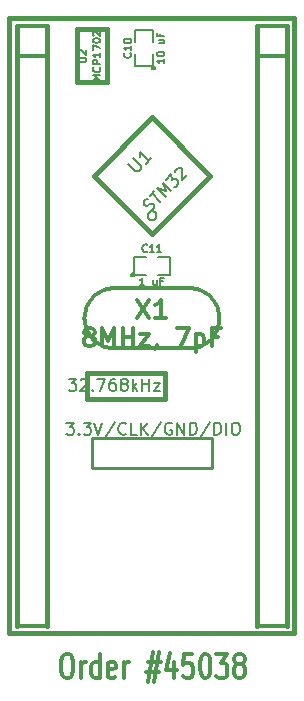
<source format=gto>
G04 (created by PCBNEW-RS274X (2012-01-19 BZR 3256)-stable) date 2/20/2012 8:21:21 PM*
G01*
G70*
G90*
%MOIN*%
G04 Gerber Fmt 3.4, Leading zero omitted, Abs format*
%FSLAX34Y34*%
G04 APERTURE LIST*
%ADD10C,0.006000*%
%ADD11C,0.012000*%
%ADD12C,0.015000*%
%ADD13C,0.010000*%
%ADD14C,0.012500*%
%ADD15C,0.005000*%
%ADD16C,0.008000*%
G04 APERTURE END LIST*
G54D10*
G54D11*
X30118Y-43185D02*
X30232Y-43185D01*
X30290Y-43223D01*
X30347Y-43299D01*
X30375Y-43451D01*
X30375Y-43718D01*
X30347Y-43871D01*
X30290Y-43947D01*
X30232Y-43985D01*
X30118Y-43985D01*
X30061Y-43947D01*
X30004Y-43871D01*
X29975Y-43718D01*
X29975Y-43451D01*
X30004Y-43299D01*
X30061Y-43223D01*
X30118Y-43185D01*
X30633Y-43985D02*
X30633Y-43451D01*
X30633Y-43604D02*
X30661Y-43528D01*
X30690Y-43490D01*
X30747Y-43451D01*
X30804Y-43451D01*
X31261Y-43985D02*
X31261Y-43185D01*
X31261Y-43947D02*
X31204Y-43985D01*
X31090Y-43985D01*
X31032Y-43947D01*
X31004Y-43909D01*
X30975Y-43832D01*
X30975Y-43604D01*
X31004Y-43528D01*
X31032Y-43490D01*
X31090Y-43451D01*
X31204Y-43451D01*
X31261Y-43490D01*
X31775Y-43947D02*
X31718Y-43985D01*
X31604Y-43985D01*
X31547Y-43947D01*
X31518Y-43871D01*
X31518Y-43566D01*
X31547Y-43490D01*
X31604Y-43451D01*
X31718Y-43451D01*
X31775Y-43490D01*
X31804Y-43566D01*
X31804Y-43642D01*
X31518Y-43718D01*
X32061Y-43985D02*
X32061Y-43451D01*
X32061Y-43604D02*
X32089Y-43528D01*
X32118Y-43490D01*
X32175Y-43451D01*
X32232Y-43451D01*
X32860Y-43451D02*
X33289Y-43451D01*
X33032Y-43109D02*
X32860Y-44137D01*
X33232Y-43794D02*
X32803Y-43794D01*
X33060Y-44137D02*
X33232Y-43109D01*
X33746Y-43451D02*
X33746Y-43985D01*
X33603Y-43147D02*
X33460Y-43718D01*
X33832Y-43718D01*
X34346Y-43185D02*
X34060Y-43185D01*
X34031Y-43566D01*
X34060Y-43528D01*
X34117Y-43490D01*
X34260Y-43490D01*
X34317Y-43528D01*
X34346Y-43566D01*
X34374Y-43642D01*
X34374Y-43832D01*
X34346Y-43909D01*
X34317Y-43947D01*
X34260Y-43985D01*
X34117Y-43985D01*
X34060Y-43947D01*
X34031Y-43909D01*
X34745Y-43185D02*
X34802Y-43185D01*
X34859Y-43223D01*
X34888Y-43261D01*
X34917Y-43337D01*
X34945Y-43490D01*
X34945Y-43680D01*
X34917Y-43832D01*
X34888Y-43909D01*
X34859Y-43947D01*
X34802Y-43985D01*
X34745Y-43985D01*
X34688Y-43947D01*
X34659Y-43909D01*
X34631Y-43832D01*
X34602Y-43680D01*
X34602Y-43490D01*
X34631Y-43337D01*
X34659Y-43261D01*
X34688Y-43223D01*
X34745Y-43185D01*
X35145Y-43185D02*
X35516Y-43185D01*
X35316Y-43490D01*
X35402Y-43490D01*
X35459Y-43528D01*
X35488Y-43566D01*
X35516Y-43642D01*
X35516Y-43832D01*
X35488Y-43909D01*
X35459Y-43947D01*
X35402Y-43985D01*
X35230Y-43985D01*
X35173Y-43947D01*
X35145Y-43909D01*
X35859Y-43528D02*
X35801Y-43490D01*
X35773Y-43451D01*
X35744Y-43375D01*
X35744Y-43337D01*
X35773Y-43261D01*
X35801Y-43223D01*
X35859Y-43185D01*
X35973Y-43185D01*
X36030Y-43223D01*
X36059Y-43261D01*
X36087Y-43337D01*
X36087Y-43375D01*
X36059Y-43451D01*
X36030Y-43490D01*
X35973Y-43528D01*
X35859Y-43528D01*
X35801Y-43566D01*
X35773Y-43604D01*
X35744Y-43680D01*
X35744Y-43832D01*
X35773Y-43909D01*
X35801Y-43947D01*
X35859Y-43985D01*
X35973Y-43985D01*
X36030Y-43947D01*
X36059Y-43909D01*
X36087Y-43832D01*
X36087Y-43680D01*
X36059Y-43604D01*
X36030Y-43566D01*
X35973Y-43528D01*
G54D12*
X28250Y-42500D02*
X28250Y-22000D01*
X37750Y-42500D02*
X28250Y-42500D01*
X37750Y-22000D02*
X37750Y-42500D01*
X28250Y-22000D02*
X37750Y-22000D01*
X36500Y-42250D02*
X36500Y-22250D01*
X37500Y-22250D02*
X37500Y-42250D01*
G54D11*
X36500Y-22250D02*
X37500Y-22250D01*
X37500Y-42250D02*
X36500Y-42250D01*
X37500Y-23250D02*
X36500Y-23250D01*
G54D12*
X28500Y-42250D02*
X28500Y-22250D01*
X29500Y-22250D02*
X29500Y-42250D01*
G54D11*
X28500Y-22250D02*
X29500Y-22250D01*
X29500Y-42250D02*
X28500Y-42250D01*
X29500Y-23250D02*
X28500Y-23250D01*
G54D13*
X35000Y-37000D02*
X31000Y-37000D01*
X35000Y-36000D02*
X31000Y-36000D01*
X31000Y-36000D02*
X31000Y-37000D01*
X35000Y-37000D02*
X35000Y-36000D01*
G54D14*
X31750Y-33000D02*
X34250Y-33000D01*
X31750Y-31000D02*
X34250Y-31000D01*
X35250Y-32000D02*
X35246Y-31913D01*
X35234Y-31827D01*
X35215Y-31742D01*
X35189Y-31658D01*
X35156Y-31578D01*
X35116Y-31501D01*
X35069Y-31427D01*
X35016Y-31358D01*
X34957Y-31293D01*
X34892Y-31234D01*
X34823Y-31181D01*
X34750Y-31134D01*
X34672Y-31094D01*
X34592Y-31061D01*
X34508Y-31035D01*
X34423Y-31016D01*
X34337Y-31004D01*
X34250Y-31000D01*
X34250Y-33000D02*
X34337Y-32996D01*
X34423Y-32984D01*
X34508Y-32965D01*
X34592Y-32939D01*
X34672Y-32906D01*
X34750Y-32866D01*
X34823Y-32819D01*
X34892Y-32766D01*
X34957Y-32707D01*
X35016Y-32642D01*
X35069Y-32573D01*
X35116Y-32499D01*
X35156Y-32422D01*
X35189Y-32342D01*
X35215Y-32258D01*
X35234Y-32173D01*
X35246Y-32087D01*
X35250Y-32000D01*
X31750Y-31000D02*
X31663Y-31004D01*
X31577Y-31016D01*
X31492Y-31035D01*
X31408Y-31061D01*
X31328Y-31094D01*
X31251Y-31134D01*
X31177Y-31181D01*
X31108Y-31234D01*
X31043Y-31293D01*
X30984Y-31358D01*
X30931Y-31427D01*
X30884Y-31501D01*
X30844Y-31578D01*
X30811Y-31658D01*
X30785Y-31742D01*
X30766Y-31827D01*
X30754Y-31913D01*
X30750Y-32000D01*
X30750Y-32000D02*
X30754Y-32087D01*
X30766Y-32173D01*
X30785Y-32258D01*
X30811Y-32342D01*
X30844Y-32422D01*
X30884Y-32499D01*
X30931Y-32573D01*
X30984Y-32642D01*
X31043Y-32707D01*
X31108Y-32766D01*
X31177Y-32819D01*
X31251Y-32866D01*
X31328Y-32906D01*
X31408Y-32939D01*
X31492Y-32965D01*
X31577Y-32984D01*
X31663Y-32996D01*
X31750Y-33000D01*
G54D12*
X33447Y-34683D02*
X33447Y-33817D01*
X33447Y-33817D02*
X30848Y-33817D01*
X30848Y-33817D02*
X30848Y-34683D01*
X30848Y-34683D02*
X33447Y-34683D01*
G54D15*
X33100Y-23650D02*
X33099Y-23659D01*
X33096Y-23669D01*
X33091Y-23677D01*
X33085Y-23685D01*
X33077Y-23691D01*
X33069Y-23696D01*
X33060Y-23698D01*
X33050Y-23699D01*
X33041Y-23699D01*
X33032Y-23696D01*
X33023Y-23691D01*
X33016Y-23685D01*
X33009Y-23678D01*
X33005Y-23669D01*
X33002Y-23660D01*
X33001Y-23650D01*
X33001Y-23641D01*
X33004Y-23632D01*
X33008Y-23623D01*
X33015Y-23616D01*
X33022Y-23609D01*
X33030Y-23605D01*
X33040Y-23602D01*
X33049Y-23601D01*
X33058Y-23601D01*
X33068Y-23604D01*
X33076Y-23608D01*
X33084Y-23614D01*
X33090Y-23622D01*
X33095Y-23630D01*
X33098Y-23639D01*
X33099Y-23649D01*
X33100Y-23650D01*
X33050Y-23200D02*
X33050Y-23600D01*
X33050Y-23600D02*
X32450Y-23600D01*
X32450Y-23600D02*
X32450Y-23200D01*
X32450Y-22800D02*
X32450Y-22400D01*
X32450Y-22400D02*
X33050Y-22400D01*
X33050Y-22400D02*
X33050Y-22800D01*
G54D12*
X31051Y-27250D02*
X33000Y-29199D01*
X33001Y-25302D02*
X34949Y-27251D01*
X31051Y-27250D02*
X33000Y-25301D01*
X33000Y-29199D02*
X34949Y-27250D01*
G54D16*
X33149Y-28575D02*
X33146Y-28603D01*
X33137Y-28631D01*
X33124Y-28657D01*
X33105Y-28679D01*
X33083Y-28698D01*
X33057Y-28712D01*
X33029Y-28720D01*
X33001Y-28723D01*
X32973Y-28721D01*
X32945Y-28713D01*
X32919Y-28699D01*
X32896Y-28681D01*
X32878Y-28659D01*
X32864Y-28633D01*
X32855Y-28605D01*
X32852Y-28577D01*
X32854Y-28549D01*
X32862Y-28521D01*
X32875Y-28495D01*
X32893Y-28472D01*
X32915Y-28453D01*
X32941Y-28439D01*
X32969Y-28430D01*
X32997Y-28427D01*
X33025Y-28429D01*
X33053Y-28437D01*
X33079Y-28450D01*
X33102Y-28468D01*
X33121Y-28490D01*
X33136Y-28515D01*
X33145Y-28542D01*
X33148Y-28571D01*
X33149Y-28575D01*
G54D12*
X31492Y-24136D02*
X31492Y-22364D01*
X31492Y-22364D02*
X30508Y-22364D01*
X30508Y-22364D02*
X30508Y-24136D01*
X30508Y-24136D02*
X31492Y-24136D01*
G54D15*
X32400Y-30550D02*
X32399Y-30559D01*
X32396Y-30569D01*
X32391Y-30577D01*
X32385Y-30585D01*
X32377Y-30591D01*
X32369Y-30596D01*
X32360Y-30598D01*
X32350Y-30599D01*
X32341Y-30599D01*
X32332Y-30596D01*
X32323Y-30591D01*
X32316Y-30585D01*
X32309Y-30578D01*
X32305Y-30569D01*
X32302Y-30560D01*
X32301Y-30550D01*
X32301Y-30541D01*
X32304Y-30532D01*
X32308Y-30523D01*
X32315Y-30516D01*
X32322Y-30509D01*
X32330Y-30505D01*
X32340Y-30502D01*
X32349Y-30501D01*
X32358Y-30501D01*
X32368Y-30504D01*
X32376Y-30508D01*
X32384Y-30514D01*
X32390Y-30522D01*
X32395Y-30530D01*
X32398Y-30539D01*
X32399Y-30549D01*
X32400Y-30550D01*
X32800Y-30550D02*
X32400Y-30550D01*
X32400Y-30550D02*
X32400Y-29950D01*
X32400Y-29950D02*
X32800Y-29950D01*
X33200Y-29950D02*
X33600Y-29950D01*
X33600Y-29950D02*
X33600Y-30550D01*
X33600Y-30550D02*
X33200Y-30550D01*
G54D16*
X30150Y-35477D02*
X30398Y-35477D01*
X30264Y-35629D01*
X30322Y-35629D01*
X30360Y-35648D01*
X30379Y-35667D01*
X30398Y-35705D01*
X30398Y-35801D01*
X30379Y-35839D01*
X30360Y-35858D01*
X30322Y-35877D01*
X30207Y-35877D01*
X30169Y-35858D01*
X30150Y-35839D01*
X30569Y-35839D02*
X30588Y-35858D01*
X30569Y-35877D01*
X30550Y-35858D01*
X30569Y-35839D01*
X30569Y-35877D01*
X30721Y-35477D02*
X30969Y-35477D01*
X30835Y-35629D01*
X30893Y-35629D01*
X30931Y-35648D01*
X30950Y-35667D01*
X30969Y-35705D01*
X30969Y-35801D01*
X30950Y-35839D01*
X30931Y-35858D01*
X30893Y-35877D01*
X30778Y-35877D01*
X30740Y-35858D01*
X30721Y-35839D01*
X31083Y-35477D02*
X31216Y-35877D01*
X31350Y-35477D01*
X31769Y-35458D02*
X31426Y-35972D01*
X32131Y-35839D02*
X32112Y-35858D01*
X32055Y-35877D01*
X32017Y-35877D01*
X31959Y-35858D01*
X31921Y-35820D01*
X31902Y-35782D01*
X31883Y-35705D01*
X31883Y-35648D01*
X31902Y-35572D01*
X31921Y-35534D01*
X31959Y-35496D01*
X32017Y-35477D01*
X32055Y-35477D01*
X32112Y-35496D01*
X32131Y-35515D01*
X32493Y-35877D02*
X32302Y-35877D01*
X32302Y-35477D01*
X32626Y-35877D02*
X32626Y-35477D01*
X32855Y-35877D02*
X32683Y-35648D01*
X32855Y-35477D02*
X32626Y-35705D01*
X33312Y-35458D02*
X32969Y-35972D01*
X33655Y-35496D02*
X33617Y-35477D01*
X33560Y-35477D01*
X33502Y-35496D01*
X33464Y-35534D01*
X33445Y-35572D01*
X33426Y-35648D01*
X33426Y-35705D01*
X33445Y-35782D01*
X33464Y-35820D01*
X33502Y-35858D01*
X33560Y-35877D01*
X33598Y-35877D01*
X33655Y-35858D01*
X33674Y-35839D01*
X33674Y-35705D01*
X33598Y-35705D01*
X33845Y-35877D02*
X33845Y-35477D01*
X34074Y-35877D01*
X34074Y-35477D01*
X34264Y-35877D02*
X34264Y-35477D01*
X34359Y-35477D01*
X34417Y-35496D01*
X34455Y-35534D01*
X34474Y-35572D01*
X34493Y-35648D01*
X34493Y-35705D01*
X34474Y-35782D01*
X34455Y-35820D01*
X34417Y-35858D01*
X34359Y-35877D01*
X34264Y-35877D01*
X34950Y-35458D02*
X34607Y-35972D01*
X35083Y-35877D02*
X35083Y-35477D01*
X35178Y-35477D01*
X35236Y-35496D01*
X35274Y-35534D01*
X35293Y-35572D01*
X35312Y-35648D01*
X35312Y-35705D01*
X35293Y-35782D01*
X35274Y-35820D01*
X35236Y-35858D01*
X35178Y-35877D01*
X35083Y-35877D01*
X35483Y-35877D02*
X35483Y-35477D01*
X35749Y-35477D02*
X35826Y-35477D01*
X35864Y-35496D01*
X35902Y-35534D01*
X35921Y-35610D01*
X35921Y-35744D01*
X35902Y-35820D01*
X35864Y-35858D01*
X35826Y-35877D01*
X35749Y-35877D01*
X35711Y-35858D01*
X35673Y-35820D01*
X35654Y-35744D01*
X35654Y-35610D01*
X35673Y-35534D01*
X35711Y-35496D01*
X35749Y-35477D01*
G54D11*
X32515Y-31393D02*
X32915Y-31993D01*
X32915Y-31393D02*
X32515Y-31993D01*
X33457Y-31993D02*
X33114Y-31993D01*
X33286Y-31993D02*
X33286Y-31393D01*
X33229Y-31479D01*
X33171Y-31536D01*
X33114Y-31564D01*
X30858Y-32585D02*
X30800Y-32556D01*
X30772Y-32528D01*
X30743Y-32471D01*
X30743Y-32442D01*
X30772Y-32385D01*
X30800Y-32356D01*
X30858Y-32328D01*
X30972Y-32328D01*
X31029Y-32356D01*
X31058Y-32385D01*
X31086Y-32442D01*
X31086Y-32471D01*
X31058Y-32528D01*
X31029Y-32556D01*
X30972Y-32585D01*
X30858Y-32585D01*
X30800Y-32614D01*
X30772Y-32642D01*
X30743Y-32699D01*
X30743Y-32814D01*
X30772Y-32871D01*
X30800Y-32899D01*
X30858Y-32928D01*
X30972Y-32928D01*
X31029Y-32899D01*
X31058Y-32871D01*
X31086Y-32814D01*
X31086Y-32699D01*
X31058Y-32642D01*
X31029Y-32614D01*
X30972Y-32585D01*
X31343Y-32928D02*
X31343Y-32328D01*
X31543Y-32756D01*
X31743Y-32328D01*
X31743Y-32928D01*
X32029Y-32928D02*
X32029Y-32328D01*
X32029Y-32614D02*
X32372Y-32614D01*
X32372Y-32928D02*
X32372Y-32328D01*
X32601Y-32528D02*
X32915Y-32528D01*
X32601Y-32928D01*
X32915Y-32928D01*
X33172Y-32899D02*
X33172Y-32928D01*
X33144Y-32985D01*
X33115Y-33014D01*
X33830Y-32328D02*
X34230Y-32328D01*
X33973Y-32928D01*
X34458Y-32528D02*
X34458Y-33128D01*
X34458Y-32556D02*
X34515Y-32528D01*
X34629Y-32528D01*
X34686Y-32556D01*
X34715Y-32585D01*
X34744Y-32642D01*
X34744Y-32814D01*
X34715Y-32871D01*
X34686Y-32899D01*
X34629Y-32928D01*
X34515Y-32928D01*
X34458Y-32899D01*
X35201Y-32614D02*
X35001Y-32614D01*
X35001Y-32928D02*
X35001Y-32328D01*
X35287Y-32328D01*
G54D16*
X30226Y-34012D02*
X30474Y-34012D01*
X30340Y-34164D01*
X30398Y-34164D01*
X30436Y-34183D01*
X30455Y-34202D01*
X30474Y-34240D01*
X30474Y-34336D01*
X30455Y-34374D01*
X30436Y-34393D01*
X30398Y-34412D01*
X30283Y-34412D01*
X30245Y-34393D01*
X30226Y-34374D01*
X30626Y-34050D02*
X30645Y-34031D01*
X30683Y-34012D01*
X30779Y-34012D01*
X30817Y-34031D01*
X30836Y-34050D01*
X30855Y-34088D01*
X30855Y-34126D01*
X30836Y-34183D01*
X30607Y-34412D01*
X30855Y-34412D01*
X31026Y-34374D02*
X31045Y-34393D01*
X31026Y-34412D01*
X31007Y-34393D01*
X31026Y-34374D01*
X31026Y-34412D01*
X31178Y-34012D02*
X31445Y-34012D01*
X31273Y-34412D01*
X31769Y-34012D02*
X31692Y-34012D01*
X31654Y-34031D01*
X31635Y-34050D01*
X31597Y-34107D01*
X31578Y-34183D01*
X31578Y-34336D01*
X31597Y-34374D01*
X31616Y-34393D01*
X31654Y-34412D01*
X31731Y-34412D01*
X31769Y-34393D01*
X31788Y-34374D01*
X31807Y-34336D01*
X31807Y-34240D01*
X31788Y-34202D01*
X31769Y-34183D01*
X31731Y-34164D01*
X31654Y-34164D01*
X31616Y-34183D01*
X31597Y-34202D01*
X31578Y-34240D01*
X32035Y-34183D02*
X31997Y-34164D01*
X31978Y-34145D01*
X31959Y-34107D01*
X31959Y-34088D01*
X31978Y-34050D01*
X31997Y-34031D01*
X32035Y-34012D01*
X32112Y-34012D01*
X32150Y-34031D01*
X32169Y-34050D01*
X32188Y-34088D01*
X32188Y-34107D01*
X32169Y-34145D01*
X32150Y-34164D01*
X32112Y-34183D01*
X32035Y-34183D01*
X31997Y-34202D01*
X31978Y-34221D01*
X31959Y-34260D01*
X31959Y-34336D01*
X31978Y-34374D01*
X31997Y-34393D01*
X32035Y-34412D01*
X32112Y-34412D01*
X32150Y-34393D01*
X32169Y-34374D01*
X32188Y-34336D01*
X32188Y-34260D01*
X32169Y-34221D01*
X32150Y-34202D01*
X32112Y-34183D01*
X32359Y-34412D02*
X32359Y-34012D01*
X32397Y-34260D02*
X32512Y-34412D01*
X32512Y-34145D02*
X32359Y-34298D01*
X32683Y-34412D02*
X32683Y-34012D01*
X32683Y-34202D02*
X32912Y-34202D01*
X32912Y-34412D02*
X32912Y-34012D01*
X33064Y-34145D02*
X33274Y-34145D01*
X33064Y-34412D01*
X33274Y-34412D01*
G54D15*
X32282Y-23153D02*
X32294Y-23165D01*
X32306Y-23200D01*
X32306Y-23224D01*
X32294Y-23260D01*
X32270Y-23284D01*
X32247Y-23295D01*
X32199Y-23307D01*
X32163Y-23307D01*
X32116Y-23295D01*
X32092Y-23284D01*
X32068Y-23260D01*
X32056Y-23224D01*
X32056Y-23200D01*
X32068Y-23165D01*
X32080Y-23153D01*
X32306Y-22915D02*
X32306Y-23057D01*
X32306Y-22986D02*
X32056Y-22986D01*
X32092Y-23010D01*
X32116Y-23034D01*
X32128Y-23057D01*
X32056Y-22760D02*
X32056Y-22736D01*
X32068Y-22712D01*
X32080Y-22700D01*
X32104Y-22688D01*
X32151Y-22677D01*
X32211Y-22677D01*
X32259Y-22688D01*
X32282Y-22700D01*
X32294Y-22712D01*
X32306Y-22736D01*
X32306Y-22760D01*
X32294Y-22784D01*
X32282Y-22796D01*
X32259Y-22807D01*
X32211Y-22819D01*
X32151Y-22819D01*
X32104Y-22807D01*
X32080Y-22796D01*
X32068Y-22784D01*
X32056Y-22760D01*
X33408Y-23355D02*
X33408Y-23497D01*
X33408Y-23426D02*
X33158Y-23426D01*
X33194Y-23450D01*
X33218Y-23474D01*
X33230Y-23497D01*
X33158Y-23200D02*
X33158Y-23176D01*
X33170Y-23152D01*
X33182Y-23140D01*
X33206Y-23128D01*
X33253Y-23117D01*
X33313Y-23117D01*
X33361Y-23128D01*
X33384Y-23140D01*
X33396Y-23152D01*
X33408Y-23176D01*
X33408Y-23200D01*
X33396Y-23224D01*
X33384Y-23236D01*
X33361Y-23247D01*
X33313Y-23259D01*
X33253Y-23259D01*
X33206Y-23247D01*
X33182Y-23236D01*
X33170Y-23224D01*
X33158Y-23200D01*
X33242Y-22712D02*
X33408Y-22712D01*
X33242Y-22819D02*
X33372Y-22819D01*
X33396Y-22808D01*
X33408Y-22784D01*
X33408Y-22748D01*
X33396Y-22724D01*
X33384Y-22712D01*
X33277Y-22510D02*
X33277Y-22593D01*
X33408Y-22593D02*
X33158Y-22593D01*
X33158Y-22474D01*
X32195Y-26841D02*
X32443Y-27088D01*
X32487Y-27103D01*
X32516Y-27103D01*
X32560Y-27088D01*
X32618Y-27030D01*
X32632Y-26987D01*
X32633Y-26958D01*
X32618Y-26913D01*
X32371Y-26666D01*
X32983Y-26666D02*
X32808Y-26841D01*
X32895Y-26753D02*
X32589Y-26447D01*
X32604Y-26520D01*
X32604Y-26578D01*
X32588Y-26622D01*
G54D10*
X32950Y-28419D02*
X33003Y-28392D01*
X33069Y-28326D01*
X33083Y-28286D01*
X33082Y-28260D01*
X33069Y-28220D01*
X33043Y-28194D01*
X33003Y-28180D01*
X32977Y-28180D01*
X32937Y-28194D01*
X32870Y-28233D01*
X32831Y-28246D01*
X32805Y-28247D01*
X32764Y-28233D01*
X32738Y-28207D01*
X32725Y-28167D01*
X32725Y-28140D01*
X32737Y-28100D01*
X32804Y-28034D01*
X32857Y-28008D01*
X32923Y-27914D02*
X33082Y-27755D01*
X33281Y-28114D02*
X33003Y-27835D01*
X33454Y-27941D02*
X33175Y-27663D01*
X33467Y-27769D01*
X33360Y-27477D01*
X33639Y-27756D01*
X33466Y-27371D02*
X33639Y-27199D01*
X33653Y-27398D01*
X33693Y-27359D01*
X33732Y-27344D01*
X33758Y-27345D01*
X33799Y-27359D01*
X33864Y-27424D01*
X33878Y-27465D01*
X33879Y-27491D01*
X33864Y-27530D01*
X33785Y-27610D01*
X33746Y-27624D01*
X33719Y-27624D01*
X33772Y-27120D02*
X33772Y-27093D01*
X33785Y-27053D01*
X33851Y-26987D01*
X33891Y-26973D01*
X33917Y-26974D01*
X33958Y-26987D01*
X33984Y-27013D01*
X34010Y-27067D01*
X34010Y-27385D01*
X34183Y-27212D01*
G54D15*
X30556Y-23460D02*
X30759Y-23460D01*
X30782Y-23449D01*
X30794Y-23437D01*
X30806Y-23413D01*
X30806Y-23365D01*
X30794Y-23341D01*
X30782Y-23330D01*
X30759Y-23318D01*
X30556Y-23318D01*
X30580Y-23210D02*
X30568Y-23198D01*
X30556Y-23175D01*
X30556Y-23115D01*
X30568Y-23091D01*
X30580Y-23079D01*
X30604Y-23068D01*
X30628Y-23068D01*
X30663Y-23079D01*
X30806Y-23222D01*
X30806Y-23068D01*
X31278Y-24059D02*
X31028Y-24059D01*
X31207Y-23976D01*
X31028Y-23893D01*
X31278Y-23893D01*
X31254Y-23631D02*
X31266Y-23643D01*
X31278Y-23678D01*
X31278Y-23702D01*
X31266Y-23738D01*
X31242Y-23762D01*
X31219Y-23773D01*
X31171Y-23785D01*
X31135Y-23785D01*
X31088Y-23773D01*
X31064Y-23762D01*
X31040Y-23738D01*
X31028Y-23702D01*
X31028Y-23678D01*
X31040Y-23643D01*
X31052Y-23631D01*
X31278Y-23523D02*
X31028Y-23523D01*
X31028Y-23428D01*
X31040Y-23404D01*
X31052Y-23393D01*
X31076Y-23381D01*
X31112Y-23381D01*
X31135Y-23393D01*
X31147Y-23404D01*
X31159Y-23428D01*
X31159Y-23523D01*
X31278Y-23143D02*
X31278Y-23285D01*
X31278Y-23214D02*
X31028Y-23214D01*
X31064Y-23238D01*
X31088Y-23262D01*
X31100Y-23285D01*
X31028Y-23059D02*
X31028Y-22893D01*
X31278Y-23000D01*
X31028Y-22750D02*
X31028Y-22726D01*
X31040Y-22702D01*
X31052Y-22690D01*
X31076Y-22678D01*
X31123Y-22667D01*
X31183Y-22667D01*
X31231Y-22678D01*
X31254Y-22690D01*
X31266Y-22702D01*
X31278Y-22726D01*
X31278Y-22750D01*
X31266Y-22774D01*
X31254Y-22786D01*
X31231Y-22797D01*
X31183Y-22809D01*
X31123Y-22809D01*
X31076Y-22797D01*
X31052Y-22786D01*
X31040Y-22774D01*
X31028Y-22750D01*
X31052Y-22571D02*
X31040Y-22559D01*
X31028Y-22536D01*
X31028Y-22476D01*
X31040Y-22452D01*
X31052Y-22440D01*
X31076Y-22429D01*
X31100Y-22429D01*
X31135Y-22440D01*
X31278Y-22583D01*
X31278Y-22429D01*
X32831Y-29762D02*
X32819Y-29774D01*
X32784Y-29786D01*
X32760Y-29786D01*
X32724Y-29774D01*
X32700Y-29750D01*
X32689Y-29727D01*
X32677Y-29679D01*
X32677Y-29643D01*
X32689Y-29596D01*
X32700Y-29572D01*
X32724Y-29548D01*
X32760Y-29536D01*
X32784Y-29536D01*
X32819Y-29548D01*
X32831Y-29560D01*
X33069Y-29786D02*
X32927Y-29786D01*
X32998Y-29786D02*
X32998Y-29536D01*
X32974Y-29572D01*
X32950Y-29596D01*
X32927Y-29608D01*
X33307Y-29786D02*
X33165Y-29786D01*
X33236Y-29786D02*
X33236Y-29536D01*
X33212Y-29572D01*
X33188Y-29596D01*
X33165Y-29608D01*
X32748Y-30888D02*
X32606Y-30888D01*
X32677Y-30888D02*
X32677Y-30638D01*
X32653Y-30674D01*
X32629Y-30698D01*
X32606Y-30710D01*
X33153Y-30722D02*
X33153Y-30888D01*
X33046Y-30722D02*
X33046Y-30852D01*
X33057Y-30876D01*
X33081Y-30888D01*
X33117Y-30888D01*
X33141Y-30876D01*
X33153Y-30864D01*
X33355Y-30757D02*
X33272Y-30757D01*
X33272Y-30888D02*
X33272Y-30638D01*
X33391Y-30638D01*
M02*

</source>
